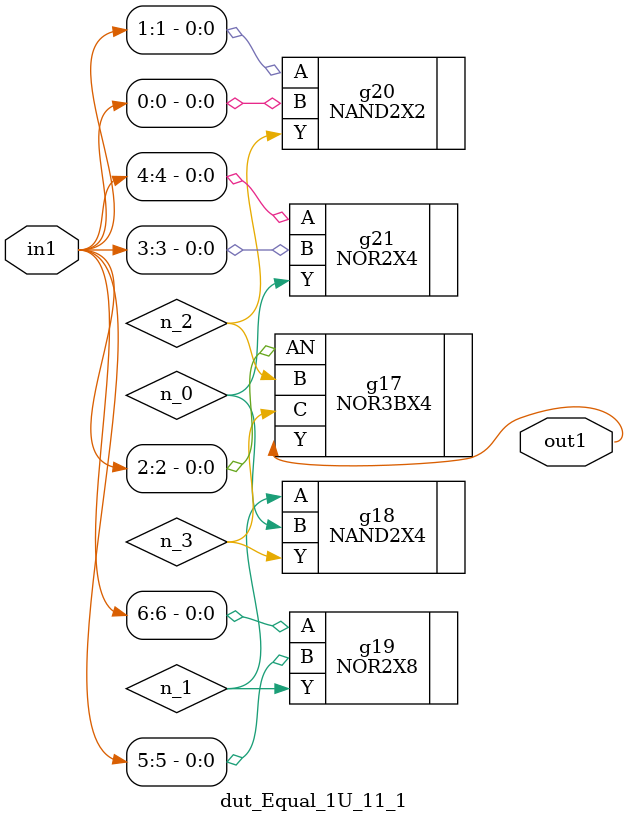
<source format=v>
`timescale 1ps / 1ps


module dut_Equal_1U_11_1(in1, out1);
  input [6:0] in1;
  output out1;
  wire [6:0] in1;
  wire out1;
  wire n_0, n_1, n_2, n_3;
  NOR3BX4 g17(.AN (in1[2]), .B (n_2), .C (n_3), .Y (out1));
  NAND2X4 g18(.A (n_1), .B (n_0), .Y (n_3));
  NAND2X2 g20(.A (in1[1]), .B (in1[0]), .Y (n_2));
  NOR2X8 g19(.A (in1[6]), .B (in1[5]), .Y (n_1));
  NOR2X4 g21(.A (in1[4]), .B (in1[3]), .Y (n_0));
endmodule



</source>
